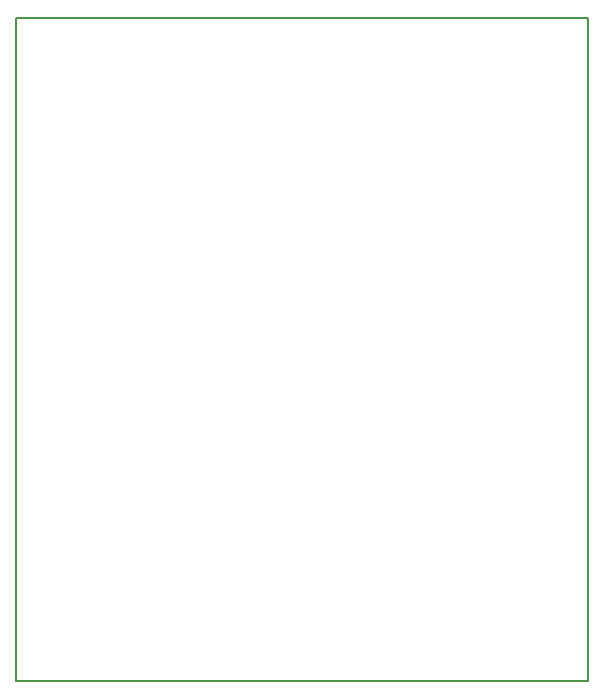
<source format=gbo>
G04 MADE WITH FRITZING*
G04 WWW.FRITZING.ORG*
G04 DOUBLE SIDED*
G04 HOLES PLATED*
G04 CONTOUR ON CENTER OF CONTOUR VECTOR*
%ASAXBY*%
%FSLAX23Y23*%
%MOIN*%
%OFA0B0*%
%SFA1.0B1.0*%
%ADD10R,1.916650X2.220370X1.900650X2.204370*%
%ADD11C,0.008000*%
%LNSILK0*%
G90*
G70*
G54D11*
X4Y2216D02*
X1913Y2216D01*
X1913Y4D01*
X4Y4D01*
X4Y2216D01*
D02*
G04 End of Silk0*
M02*
</source>
